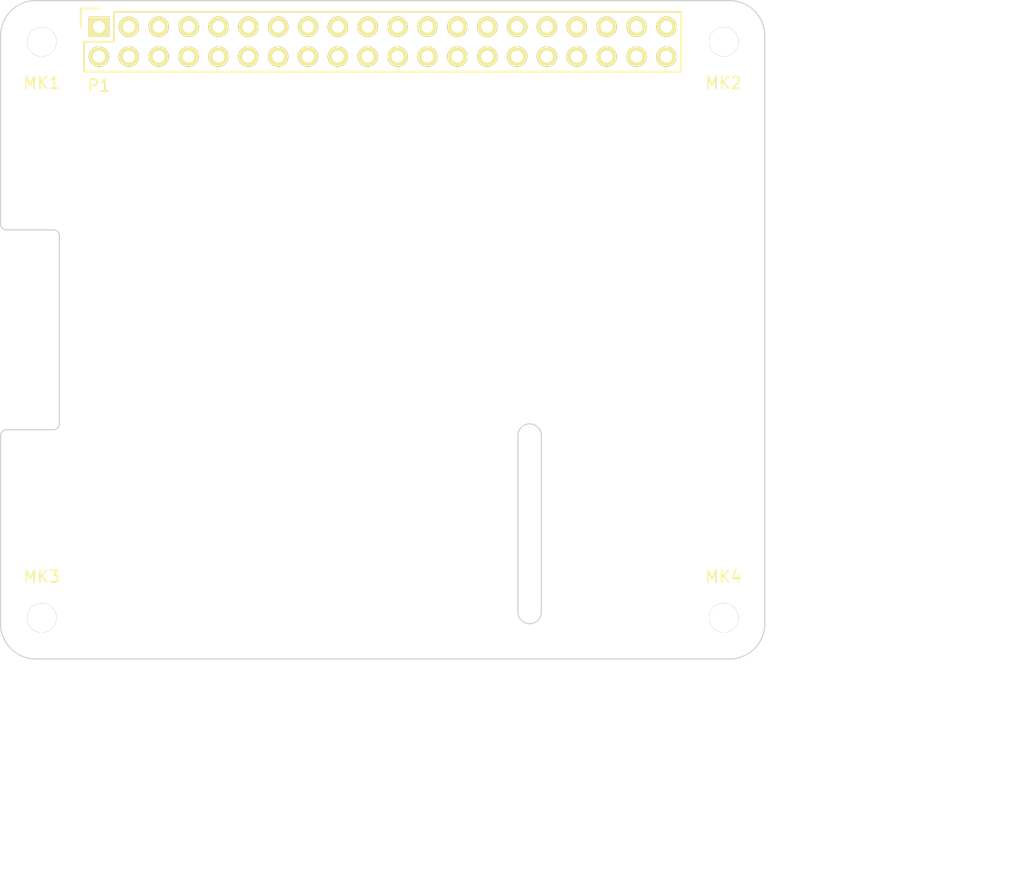
<source format=kicad_pcb>
(kicad_pcb (version 20160815) (host pcbnew 201611191051+7361~55~ubuntu16.04.1-product)

  (general
    (links 10)
    (no_connects 10)
    (area 199.949999 93.949999 265.050001 150.050001)
    (thickness 1.6)
    (drawings 39)
    (tracks 0)
    (zones 0)
    (modules 5)
    (nets 31)
  )

  (page A3)
  (title_block
    (date "15 nov 2012")
  )

  (layers
    (0 F.Cu signal)
    (31 B.Cu signal)
    (32 B.Adhes user)
    (33 F.Adhes user)
    (34 B.Paste user)
    (35 F.Paste user)
    (36 B.SilkS user)
    (37 F.SilkS user)
    (38 B.Mask user)
    (39 F.Mask user)
    (40 Dwgs.User user)
    (41 Cmts.User user)
    (42 Eco1.User user)
    (43 Eco2.User user)
    (44 Edge.Cuts user)
  )

  (setup
    (last_trace_width 0.2)
    (trace_clearance 0.2)
    (zone_clearance 0.508)
    (zone_45_only no)
    (trace_min 0.1524)
    (segment_width 0.1)
    (edge_width 0.1)
    (via_size 0.9)
    (via_drill 0.6)
    (via_min_size 0.8)
    (via_min_drill 0.5)
    (uvia_size 0.5)
    (uvia_drill 0.1)
    (uvias_allowed no)
    (uvia_min_size 0.5)
    (uvia_min_drill 0.1)
    (pcb_text_width 0.3)
    (pcb_text_size 1 1)
    (mod_edge_width 0.15)
    (mod_text_size 1 1)
    (mod_text_width 0.15)
    (pad_size 2.5 2.5)
    (pad_drill 2.5)
    (pad_to_mask_clearance 0)
    (aux_axis_origin 200 150)
    (grid_origin 200 150)
    (visible_elements 7FFFFFFF)
    (pcbplotparams
      (layerselection 0x00030_80000001)
      (usegerberextensions true)
      (excludeedgelayer true)
      (linewidth 0.150000)
      (plotframeref false)
      (viasonmask false)
      (mode 1)
      (useauxorigin false)
      (hpglpennumber 1)
      (hpglpenspeed 20)
      (hpglpendiameter 15)
      (psnegative false)
      (psa4output false)
      (plotreference true)
      (plotvalue true)
      (plotinvisibletext false)
      (padsonsilk false)
      (subtractmaskfromsilk false)
      (outputformat 1)
      (mirror false)
      (drillshape 1)
      (scaleselection 1)
      (outputdirectory ""))
  )

  (net 0 "")
  (net 1 +3V3)
  (net 2 +5V)
  (net 3 GND)
  (net 4 /ID_SD)
  (net 5 /ID_SC)
  (net 6 /GPIO5)
  (net 7 /GPIO6)
  (net 8 /GPIO12)
  (net 9 /GPIO13)
  (net 10 /GPIO19)
  (net 11 /GPIO20)
  (net 12 /GPIO26)
  (net 13 /GPIO21)
  (net 14 "/GPIO2(SDA1)")
  (net 15 "/GPIO3(SCL1)")
  (net 16 "/GPIO4(GCLK)")
  (net 17 "/GPIO14(TXD0)")
  (net 18 "/GPIO15(RXD0)")
  (net 19 "/GPIO17(GEN0)")
  (net 20 "/GPIO18(GEN1)")
  (net 21 "/GPIO27(GEN2)")
  (net 22 "/GPIO22(GEN3)")
  (net 23 "/GPIO23(GEN4)")
  (net 24 "/GPIO24(GEN5)")
  (net 25 "/GPIO10(SPI_MOSI)")
  (net 26 "/GPIO9(SPI_MISO)")
  (net 27 "/GPIO25(GEN6)")
  (net 28 "/GPIO11(SPI_CLK)")
  (net 29 "/GPIO8(SPI_CE0_N)")
  (net 30 "/GPIO7(SPI_CE1_N)")

  (net_class Default "This is the default net class."
    (clearance 0.2)
    (trace_width 0.2)
    (via_dia 0.9)
    (via_drill 0.6)
    (uvia_dia 0.5)
    (uvia_drill 0.1)
    (diff_pair_gap 0.25)
    (diff_pair_width 0.2)
    (add_net +3V3)
    (add_net +5V)
    (add_net "/GPIO10(SPI_MOSI)")
    (add_net "/GPIO11(SPI_CLK)")
    (add_net /GPIO12)
    (add_net /GPIO13)
    (add_net "/GPIO14(TXD0)")
    (add_net "/GPIO15(RXD0)")
    (add_net "/GPIO17(GEN0)")
    (add_net "/GPIO18(GEN1)")
    (add_net /GPIO19)
    (add_net "/GPIO2(SDA1)")
    (add_net /GPIO20)
    (add_net /GPIO21)
    (add_net "/GPIO22(GEN3)")
    (add_net "/GPIO23(GEN4)")
    (add_net "/GPIO24(GEN5)")
    (add_net "/GPIO25(GEN6)")
    (add_net /GPIO26)
    (add_net "/GPIO27(GEN2)")
    (add_net "/GPIO3(SCL1)")
    (add_net "/GPIO4(GCLK)")
    (add_net /GPIO5)
    (add_net /GPIO6)
    (add_net "/GPIO7(SPI_CE1_N)")
    (add_net "/GPIO8(SPI_CE0_N)")
    (add_net "/GPIO9(SPI_MISO)")
    (add_net /ID_SC)
    (add_net /ID_SD)
    (add_net GND)
  )

  (net_class Power ""
    (clearance 0.2)
    (trace_width 0.5)
    (via_dia 1)
    (via_drill 0.7)
    (uvia_dia 0.5)
    (uvia_drill 0.1)
    (diff_pair_gap 0.25)
    (diff_pair_width 0.2)
  )

  (module Mounting_Holes:MountingHole_2-5mm (layer F.Cu) (tedit 5834FC00) (tstamp 580CBA7A)
    (at 203.5 97.5 180)
    (descr "Mounting hole, Befestigungsbohrung, 2,5mm, No Annular, Kein Restring,")
    (tags "Mounting hole, Befestigungsbohrung, 2,5mm, No Annular, Kein Restring,")
    (path /5834FB2E)
    (fp_text reference MK1 (at 0 -3.50012 180) (layer F.SilkS)
      (effects (font (size 1 1) (thickness 0.15)))
    )
    (fp_text value M2.5 (at 0.09906 3.59918 180) (layer F.Fab)
      (effects (font (size 1 1) (thickness 0.15)))
    )
    (fp_circle (center 0 0) (end 2.5 0) (layer Cmts.User) (width 0.381))
    (pad 1 thru_hole circle (at 0 0 180) (size 2.5 2.5) (drill 2.5) (layers *.Cu *.Mask)
      (solder_mask_margin 1.25) (clearance 1.35))
  )

  (module Mounting_Holes:MountingHole_2-5mm (layer F.Cu) (tedit 5834FC0B) (tstamp 580CBAAE)
    (at 261.5 97.5 180)
    (descr "Mounting hole, Befestigungsbohrung, 2,5mm, No Annular, Kein Restring,")
    (tags "Mounting hole, Befestigungsbohrung, 2,5mm, No Annular, Kein Restring,")
    (path /5834FC19)
    (fp_text reference MK2 (at 0 -3.50012 180) (layer F.SilkS)
      (effects (font (size 1 1) (thickness 0.15)))
    )
    (fp_text value M2.5 (at 0.09906 3.59918 180) (layer F.Fab)
      (effects (font (size 1 1) (thickness 0.15)))
    )
    (fp_circle (center 0 0) (end 2.5 0) (layer Cmts.User) (width 0.381))
    (pad 1 thru_hole circle (at 0 0 180) (size 2.5 2.5) (drill 2.5) (layers *.Cu *.Mask)
      (solder_mask_margin 1.25) (clearance 1.35))
  )

  (module Mounting_Holes:MountingHole_2-5mm (layer F.Cu) (tedit 5834FC1C) (tstamp 580CBAC8)
    (at 203.5 146.5)
    (descr "Mounting hole, Befestigungsbohrung, 2,5mm, No Annular, Kein Restring,")
    (tags "Mounting hole, Befestigungsbohrung, 2,5mm, No Annular, Kein Restring,")
    (path /5834FBEF)
    (fp_text reference MK3 (at 0 -3.50012) (layer F.SilkS)
      (effects (font (size 1 1) (thickness 0.15)))
    )
    (fp_text value M2.5 (at 0.09906 3.59918) (layer F.Fab)
      (effects (font (size 1 1) (thickness 0.15)))
    )
    (fp_circle (center 0 0) (end 2.5 0) (layer Cmts.User) (width 0.381))
    (pad 1 thru_hole circle (at 0 0) (size 2.5 2.5) (drill 2.5) (layers *.Cu *.Mask)
      (solder_mask_margin 1.25) (clearance 1.35))
  )

  (module Socket_Strips:Socket_Strip_Straight_2x20 (layer F.Cu) (tedit 580C0D63) (tstamp 580C7F66)
    (at 208.37 96.23)
    (descr "Through hole socket strip")
    (tags "socket strip")
    (path /580C18BB)
    (fp_text reference P1 (at 0 5.002) (layer F.SilkS)
      (effects (font (size 1 1) (thickness 0.15)))
    )
    (fp_text value CONN_02X20 (at 0 -3.1) (layer F.Fab)
      (effects (font (size 1 1) (thickness 0.15)))
    )
    (fp_line (start -1.75 -1.75) (end -1.75 4.3) (layer F.CrtYd) (width 0.05))
    (fp_line (start 50.05 -1.75) (end 50.05 4.3) (layer F.CrtYd) (width 0.05))
    (fp_line (start -1.75 -1.75) (end 50.05 -1.75) (layer F.CrtYd) (width 0.05))
    (fp_line (start -1.75 4.3) (end 50.05 4.3) (layer F.CrtYd) (width 0.05))
    (fp_line (start 49.53 3.81) (end -1.27 3.81) (layer F.SilkS) (width 0.15))
    (fp_line (start 1.27 -1.27) (end 49.53 -1.27) (layer F.SilkS) (width 0.15))
    (fp_line (start 49.53 3.81) (end 49.53 -1.27) (layer F.SilkS) (width 0.15))
    (fp_line (start -1.27 3.81) (end -1.27 1.27) (layer F.SilkS) (width 0.15))
    (fp_line (start 0 -1.55) (end -1.55 -1.55) (layer F.SilkS) (width 0.15))
    (fp_line (start -1.27 1.27) (end 1.27 1.27) (layer F.SilkS) (width 0.15))
    (fp_line (start 1.27 1.27) (end 1.27 -1.27) (layer F.SilkS) (width 0.15))
    (fp_line (start -1.55 -1.55) (end -1.55 0) (layer F.SilkS) (width 0.15))
    (pad 1 thru_hole rect (at 0 0) (size 1.7272 1.7272) (drill 1.016) (layers *.Cu *.Mask F.SilkS)
      (net 1 +3V3))
    (pad 2 thru_hole oval (at 0 2.54) (size 1.7272 1.7272) (drill 1.016) (layers *.Cu *.Mask F.SilkS)
      (net 2 +5V))
    (pad 3 thru_hole oval (at 2.54 0) (size 1.7272 1.7272) (drill 1.016) (layers *.Cu *.Mask F.SilkS)
      (net 14 "/GPIO2(SDA1)"))
    (pad 4 thru_hole oval (at 2.54 2.54) (size 1.7272 1.7272) (drill 1.016) (layers *.Cu *.Mask F.SilkS)
      (net 2 +5V))
    (pad 5 thru_hole oval (at 5.08 0) (size 1.7272 1.7272) (drill 1.016) (layers *.Cu *.Mask F.SilkS)
      (net 15 "/GPIO3(SCL1)"))
    (pad 6 thru_hole oval (at 5.08 2.54) (size 1.7272 1.7272) (drill 1.016) (layers *.Cu *.Mask F.SilkS)
      (net 3 GND))
    (pad 7 thru_hole oval (at 7.62 0) (size 1.7272 1.7272) (drill 1.016) (layers *.Cu *.Mask F.SilkS)
      (net 16 "/GPIO4(GCLK)"))
    (pad 8 thru_hole oval (at 7.62 2.54) (size 1.7272 1.7272) (drill 1.016) (layers *.Cu *.Mask F.SilkS)
      (net 17 "/GPIO14(TXD0)"))
    (pad 9 thru_hole oval (at 10.16 0) (size 1.7272 1.7272) (drill 1.016) (layers *.Cu *.Mask F.SilkS)
      (net 3 GND))
    (pad 10 thru_hole oval (at 10.16 2.54) (size 1.7272 1.7272) (drill 1.016) (layers *.Cu *.Mask F.SilkS)
      (net 18 "/GPIO15(RXD0)"))
    (pad 11 thru_hole oval (at 12.7 0) (size 1.7272 1.7272) (drill 1.016) (layers *.Cu *.Mask F.SilkS)
      (net 19 "/GPIO17(GEN0)"))
    (pad 12 thru_hole oval (at 12.7 2.54) (size 1.7272 1.7272) (drill 1.016) (layers *.Cu *.Mask F.SilkS)
      (net 20 "/GPIO18(GEN1)"))
    (pad 13 thru_hole oval (at 15.24 0) (size 1.7272 1.7272) (drill 1.016) (layers *.Cu *.Mask F.SilkS)
      (net 21 "/GPIO27(GEN2)"))
    (pad 14 thru_hole oval (at 15.24 2.54) (size 1.7272 1.7272) (drill 1.016) (layers *.Cu *.Mask F.SilkS)
      (net 3 GND))
    (pad 15 thru_hole oval (at 17.78 0) (size 1.7272 1.7272) (drill 1.016) (layers *.Cu *.Mask F.SilkS)
      (net 22 "/GPIO22(GEN3)"))
    (pad 16 thru_hole oval (at 17.78 2.54) (size 1.7272 1.7272) (drill 1.016) (layers *.Cu *.Mask F.SilkS)
      (net 23 "/GPIO23(GEN4)"))
    (pad 17 thru_hole oval (at 20.32 0) (size 1.7272 1.7272) (drill 1.016) (layers *.Cu *.Mask F.SilkS)
      (net 1 +3V3))
    (pad 18 thru_hole oval (at 20.32 2.54) (size 1.7272 1.7272) (drill 1.016) (layers *.Cu *.Mask F.SilkS)
      (net 24 "/GPIO24(GEN5)"))
    (pad 19 thru_hole oval (at 22.86 0) (size 1.7272 1.7272) (drill 1.016) (layers *.Cu *.Mask F.SilkS)
      (net 25 "/GPIO10(SPI_MOSI)"))
    (pad 20 thru_hole oval (at 22.86 2.54) (size 1.7272 1.7272) (drill 1.016) (layers *.Cu *.Mask F.SilkS)
      (net 3 GND))
    (pad 21 thru_hole oval (at 25.4 0) (size 1.7272 1.7272) (drill 1.016) (layers *.Cu *.Mask F.SilkS)
      (net 26 "/GPIO9(SPI_MISO)"))
    (pad 22 thru_hole oval (at 25.4 2.54) (size 1.7272 1.7272) (drill 1.016) (layers *.Cu *.Mask F.SilkS)
      (net 27 "/GPIO25(GEN6)"))
    (pad 23 thru_hole oval (at 27.94 0) (size 1.7272 1.7272) (drill 1.016) (layers *.Cu *.Mask F.SilkS)
      (net 28 "/GPIO11(SPI_CLK)"))
    (pad 24 thru_hole oval (at 27.94 2.54) (size 1.7272 1.7272) (drill 1.016) (layers *.Cu *.Mask F.SilkS)
      (net 29 "/GPIO8(SPI_CE0_N)"))
    (pad 25 thru_hole oval (at 30.48 0) (size 1.7272 1.7272) (drill 1.016) (layers *.Cu *.Mask F.SilkS)
      (net 3 GND))
    (pad 26 thru_hole oval (at 30.48 2.54) (size 1.7272 1.7272) (drill 1.016) (layers *.Cu *.Mask F.SilkS)
      (net 30 "/GPIO7(SPI_CE1_N)"))
    (pad 27 thru_hole oval (at 33.02 0) (size 1.7272 1.7272) (drill 1.016) (layers *.Cu *.Mask F.SilkS)
      (net 4 /ID_SD))
    (pad 28 thru_hole oval (at 33.02 2.54) (size 1.7272 1.7272) (drill 1.016) (layers *.Cu *.Mask F.SilkS)
      (net 5 /ID_SC))
    (pad 29 thru_hole oval (at 35.56 0) (size 1.7272 1.7272) (drill 1.016) (layers *.Cu *.Mask F.SilkS)
      (net 6 /GPIO5))
    (pad 30 thru_hole oval (at 35.56 2.54) (size 1.7272 1.7272) (drill 1.016) (layers *.Cu *.Mask F.SilkS)
      (net 3 GND))
    (pad 31 thru_hole oval (at 38.1 0) (size 1.7272 1.7272) (drill 1.016) (layers *.Cu *.Mask F.SilkS)
      (net 7 /GPIO6))
    (pad 32 thru_hole oval (at 38.1 2.54) (size 1.7272 1.7272) (drill 1.016) (layers *.Cu *.Mask F.SilkS)
      (net 8 /GPIO12))
    (pad 33 thru_hole oval (at 40.64 0) (size 1.7272 1.7272) (drill 1.016) (layers *.Cu *.Mask F.SilkS)
      (net 9 /GPIO13))
    (pad 34 thru_hole oval (at 40.64 2.54) (size 1.7272 1.7272) (drill 1.016) (layers *.Cu *.Mask F.SilkS)
      (net 3 GND))
    (pad 35 thru_hole oval (at 43.18 0) (size 1.7272 1.7272) (drill 1.016) (layers *.Cu *.Mask F.SilkS)
      (net 10 /GPIO19))
    (pad 36 thru_hole oval (at 43.18 2.54) (size 1.7272 1.7272) (drill 1.016) (layers *.Cu *.Mask F.SilkS)
      (net 11 /GPIO20))
    (pad 37 thru_hole oval (at 45.72 0) (size 1.7272 1.7272) (drill 1.016) (layers *.Cu *.Mask F.SilkS)
      (net 12 /GPIO26))
    (pad 38 thru_hole oval (at 45.72 2.54) (size 1.7272 1.7272) (drill 1.016) (layers *.Cu *.Mask F.SilkS)
      (net 13 /GPIO21))
    (pad 39 thru_hole oval (at 48.26 0) (size 1.7272 1.7272) (drill 1.016) (layers *.Cu *.Mask F.SilkS)
      (net 3 GND))
    (pad 40 thru_hole oval (at 48.26 2.54) (size 1.7272 1.7272) (drill 1.016) (layers *.Cu *.Mask F.SilkS)
      (net 3 GND))
    (model Socket_Strips.3dshapes/Socket_Strip_Straight_2x20.wrl
      (at (xyz 0.95 -0.05 0))
      (scale (xyz 1 1 1))
      (rotate (xyz 0 0 180))
    )
  )

  (module Mounting_Holes:MountingHole_2-5mm (layer F.Cu) (tedit 5834FC15) (tstamp 580CBAD7)
    (at 261.5 146.5)
    (descr "Mounting hole, Befestigungsbohrung, 2,5mm, No Annular, Kein Restring,")
    (tags "Mounting hole, Befestigungsbohrung, 2,5mm, No Annular, Kein Restring,")
    (path /5834FC4F)
    (fp_text reference MK4 (at 0 -3.50012) (layer F.SilkS)
      (effects (font (size 1 1) (thickness 0.15)))
    )
    (fp_text value M2.5 (at 0.09906 3.59918) (layer F.Fab)
      (effects (font (size 1 1) (thickness 0.15)))
    )
    (fp_circle (center 0 0) (end 2.5 0) (layer Cmts.User) (width 0.381))
    (pad 1 thru_hole circle (at 0 0) (size 2.5 2.5) (drill 2.5) (layers *.Cu *.Mask)
      (solder_mask_margin 1.25) (clearance 1.35))
  )

  (gr_line (start 244 146) (end 244 131) (layer Edge.Cuts) (width 0.1))
  (gr_line (start 246 131) (end 246 146) (layer Edge.Cuts) (width 0.1))
  (gr_arc (start 245 131) (end 244 131) (angle 180) (layer Edge.Cuts) (width 0.1))
  (gr_arc (start 245 146) (end 246 146) (angle 180) (layer Edge.Cuts) (width 0.1))
  (gr_arc (start 200.5 131) (end 200 131) (angle 89.9) (layer Edge.Cuts) (width 0.1))
  (gr_arc (start 204.5 130) (end 205 130) (angle 90) (layer Edge.Cuts) (width 0.1))
  (gr_arc (start 200.5 113) (end 200.5 113.5) (angle 90) (layer Edge.Cuts) (width 0.1))
  (gr_arc (start 204.5 114) (end 204.5 113.5) (angle 90) (layer Edge.Cuts) (width 0.1))
  (gr_line (start 200 113) (end 200 131) (layer Dwgs.User) (width 0.1))
  (gr_line (start 200 97) (end 200 113) (layer Edge.Cuts) (width 0.1))
  (gr_text DISPLAY (at 202.5 122 90) (layer Dwgs.User) (tstamp 580CBBFF)
    (effects (font (size 1 1) (thickness 0.15)))
  )
  (gr_text CAMERA (at 245 139 90) (layer Dwgs.User)
    (effects (font (size 1 1) (thickness 0.15)))
  )
  (gr_text RJ45 (at 276.2 139.84) (layer Dwgs.User) (tstamp 580CBBEB)
    (effects (font (size 2 2) (thickness 0.15)))
  )
  (gr_text USB (at 277.724 121.552) (layer Dwgs.User) (tstamp 580CBBE9)
    (effects (font (size 2 2) (thickness 0.15)))
  )
  (gr_text USB (at 278.232 102.248) (layer Dwgs.User)
    (effects (font (size 2 2) (thickness 0.15)))
  )
  (gr_arc (start 262 97) (end 262 94) (angle 90) (layer Edge.Cuts) (width 0.1))
  (gr_arc (start 262 147) (end 265 147) (angle 90) (layer Edge.Cuts) (width 0.1))
  (gr_arc (start 203 147) (end 203 150) (angle 90) (layer Edge.Cuts) (width 0.1))
  (gr_arc (start 203 97) (end 200 97) (angle 90) (layer Edge.Cuts) (width 0.1))
  (gr_line (start 269.9 114.45) (end 287 114.45) (layer Dwgs.User) (width 0.1))
  (gr_line (start 262 94) (end 203 94) (layer Edge.Cuts) (width 0.1))
  (gr_line (start 269.9 127.55) (end 269.9 114.45) (layer Dwgs.User) (width 0.1))
  (gr_line (start 287 127.55) (end 269.9 127.55) (layer Dwgs.User) (width 0.1))
  (gr_line (start 287 114.45) (end 287 127.55) (layer Dwgs.User) (width 0.1))
  (gr_line (start 204.5 130.5) (end 200.5 130.5) (layer Edge.Cuts) (width 0.1))
  (gr_line (start 205 114) (end 205 130) (layer Edge.Cuts) (width 0.1))
  (gr_line (start 200.5 113.5) (end 204.5 113.5) (layer Edge.Cuts) (width 0.1))
  (gr_line (start 266 147.675) (end 266 131.825) (layer Dwgs.User) (width 0.1))
  (gr_line (start 287 147.675) (end 266 147.675) (layer Dwgs.User) (width 0.1))
  (gr_line (start 287 131.825) (end 287 147.675) (layer Dwgs.User) (width 0.1))
  (gr_line (start 266 131.825) (end 287 131.825) (layer Dwgs.User) (width 0.1))
  (gr_line (start 265 147) (end 265 97) (layer Edge.Cuts) (width 0.1))
  (gr_line (start 203 150) (end 262 150) (layer Edge.Cuts) (width 0.1))
  (gr_line (start 200 131) (end 200 147) (layer Edge.Cuts) (width 0.1))
  (gr_line (start 269.9 109.455925) (end 269.9 96.355925) (layer Dwgs.User) (width 0.1))
  (gr_line (start 287 109.455925) (end 269.9 109.455925) (layer Dwgs.User) (width 0.1))
  (gr_line (start 287 96.355925) (end 287 109.455925) (layer Dwgs.User) (width 0.1))
  (gr_line (start 269.9 96.355925) (end 287 96.355925) (layer Dwgs.User) (width 0.1))
  (gr_text "RASPBERRY-PI 40-PIN ADDON BOARD\nVIEW FROM TOP\nNOTE: P1 SHOULD BE FITTED ON THE REVERSE OF THE BOARD\n\nADD EDGE CUTS FROM CAMERA AND DISPLAY PORTS AS REQUIRED" (at 200 160.16) (layer Dwgs.User)
    (effects (font (size 2 1.7) (thickness 0.12)) (justify left))
  )

)

</source>
